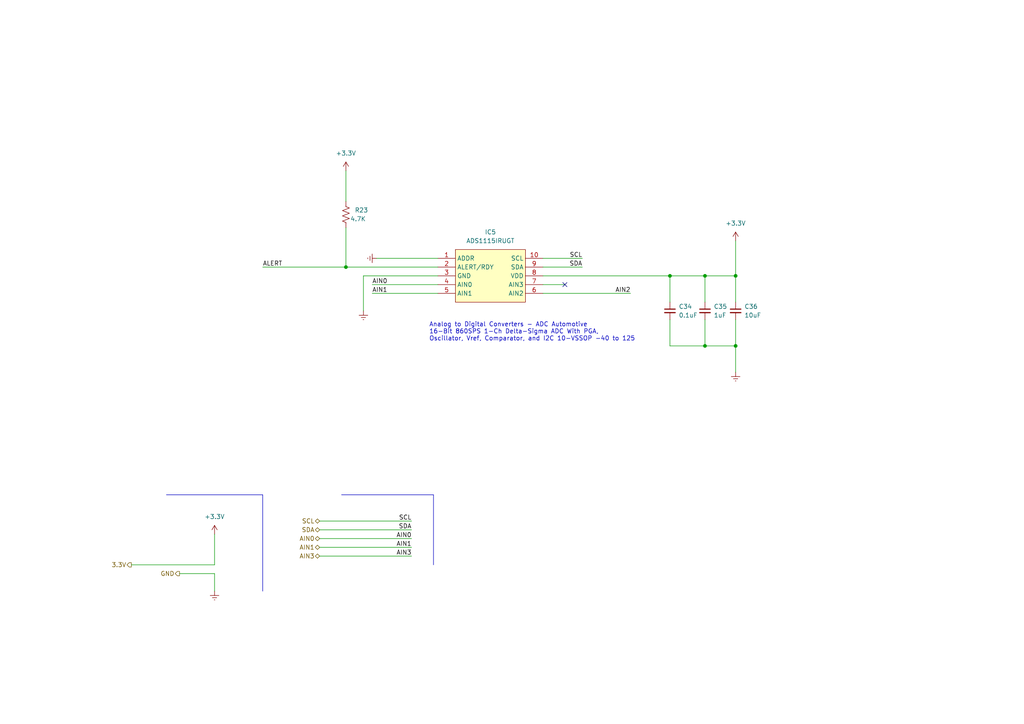
<source format=kicad_sch>
(kicad_sch (version 20230121) (generator eeschema)
  (paper "A4")
  (title_block (title "Accelerometer Sensor") (date "2023-07-02") (rev "02") (company "Electronial") (comment 1 "Designed by Electronial") (comment 2 "https://danielismail.com/  ") (comment 3 "Property of NOVOAI[FIVERR]") (comment 4 "@Copyright & Reserved "))
  (lib_symbols
    (symbol "ADS1115IRUGT:ADS1115IRUGT"
      (property "Reference" "IC" (at 40.64 -39.37 90))
      (property "Value" "ADS1115IRUGT" (at -10.16 12.7 0))
      (symbol "ADS1115IRUGT_1_1"
        (rectangle (start -12.7 7.62) (end 7.62 -7.62) (fill (type background)))
        (pin passive line (at -17.78 5.08 0) (length 5.08) (name "ADDR") (number "1"))
        (pin passive line (at 12.7 5.08 180) (length 5.08) (name "SCL") (number "10"))
        (pin passive line (at -17.78 2.54 0) (length 5.08) (name "ALERT/RDY") (number "2"))
        (pin power_in line (at -17.78 0 0) (length 5.08) (name "GND") (number "3"))
        (pin input line (at -17.78 -2.54 0) (length 5.08) (name "AIN0") (number "4"))
        (pin input line (at -17.78 -5.08 0) (length 5.08) (name "AIN1") (number "5"))
        (pin input line (at 12.7 -5.08 180) (length 5.08) (name "AIN2") (number "6"))
        (pin input line (at 12.7 -2.54 180) (length 5.08) (name "AIN3") (number "7"))
        (pin power_in line (at 12.7 0 180) (length 5.08) (name "VDD") (number "8"))
        (pin passive line (at 12.7 2.54 180) (length 5.08) (name "SDA") (number "9"))
      )
    )
    (symbol "Device:C_Small" (pin_numbers hide) (pin_names (offset 0.254) hide)
      (property "Reference" "C" (at 0.254 1.778 0))
      (property "Value" "C_Small" (at 0.254 -2.032 0))
      (symbol "C_Small_0_1"
        (polyline (pts (xy -1.524 -0.508) (xy 1.524 -0.508)) (stroke (width 0.3302)))
        (polyline (pts (xy -1.524 0.508) (xy 1.524 0.508)) (stroke (width 0.3048)))
      )
      (symbol "C_Small_1_1"
        (pin passive line (at 0 2.54 270) (length 2.032) (name "~") (number "1"))
        (pin passive line (at 0 -2.54 90) (length 2.032) (name "~") (number "2"))
      )
    )
    (symbol "Device:R_US" (pin_numbers hide) (pin_names (offset 0))
      (property "Reference" "R" (at 2.54 0 90))
      (property "Value" "R_US" (at -2.54 0 90))
      (symbol "R_US_0_1"
        (polyline (pts (xy 0 -2.286) (xy 0 -2.54)))
        (polyline (pts (xy 0 2.286) (xy 0 2.54)))
        (polyline (pts (xy 0 -0.762) (xy 1.016 -1.143) (xy 0 -1.524) (xy -1.016 -1.905) (xy 0 -2.286)))
        (polyline (pts (xy 0 0.762) (xy 1.016 0.381) (xy 0 0) (xy -1.016 -0.381) (xy 0 -0.762)))
        (polyline (pts (xy 0 2.286) (xy 1.016 1.905) (xy 0 1.524) (xy -1.016 1.143) (xy 0 0.762)))
      )
      (symbol "R_US_1_1"
        (pin passive line (at 0 3.81 270) (length 1.27) (name "~") (number "1"))
        (pin passive line (at 0 -3.81 90) (length 1.27) (name "~") (number "2"))
      )
    )
    (symbol "power:+3.3V" (power) (pin_names (offset 0))
      (property "Value" "+3.3V" (at 0 3.556 0))
      (symbol "+3.3V_0_1"
        (polyline (pts (xy -0.762 1.27) (xy 0 2.54)))
        (polyline (pts (xy 0 0) (xy 0 2.54)))
        (polyline (pts (xy 0 2.54) (xy 0.762 1.27)))
      )
      (symbol "+3.3V_1_1"
        (pin power_in line (at 0 0 90) (length 0) hide (name "+3.3V") (number "1"))
      )
    )
    (symbol "power:Earth" (power) (pin_names (offset 0))
      (symbol "Earth_0_1"
        (polyline (pts (xy -0.635 -1.905) (xy 0.635 -1.905)))
        (polyline (pts (xy -0.127 -2.54) (xy 0.127 -2.54)))
        (polyline (pts (xy 0 -1.27) (xy 0 0)))
        (polyline (pts (xy 1.27 -1.27) (xy -1.27 -1.27)))
      )
      (symbol "Earth_1_1"
        (pin power_in line (at 0 0 270) (length 0) hide (name "Earth") (number "1"))
      )
    )
  )
  (junction (at 194.31 80.01))
  (junction (at 213.36 80.01))
  (junction (at 204.47 80.01))
  (junction (at 204.47 100.33))
  (junction (at 100.33 77.47))
  (junction (at 213.36 100.33))
  (no_connect (at 163.83 82.55))
  (wire (pts (xy 92.71 158.75) (xy 119.38 158.75)))
  (wire (pts (xy 76.2 77.47) (xy 100.33 77.47)))
  (polyline (pts (xy 99.06 143.51) (xy 125.73 143.51)))
  (wire (pts (xy 62.23 154.94) (xy 62.23 163.83)))
  (wire (pts (xy 105.41 80.01) (xy 105.41 90.17)))
  (wire (pts (xy 92.71 151.13) (xy 119.38 151.13)))
  (wire (pts (xy 38.1 163.83) (xy 62.23 163.83)))
  (wire (pts (xy 157.48 80.01) (xy 194.31 80.01)))
  (wire (pts (xy 157.48 82.55) (xy 163.83 82.55)))
  (polyline (pts (xy 48.26 143.51) (xy 76.2 143.51)))
  (wire (pts (xy 213.36 92.71) (xy 213.36 100.33)))
  (wire (pts (xy 100.33 66.04) (xy 100.33 77.47)))
  (wire (pts (xy 157.48 85.09) (xy 182.88 85.09)))
  (wire (pts (xy 100.33 49.53) (xy 100.33 58.42)))
  (wire (pts (xy 204.47 80.01) (xy 204.47 87.63)))
  (wire (pts (xy 204.47 100.33) (xy 213.36 100.33)))
  (wire (pts (xy 107.95 82.55) (xy 127 82.55)))
  (wire (pts (xy 204.47 92.71) (xy 204.47 100.33)))
  (wire (pts (xy 109.22 74.93) (xy 127 74.93)))
  (wire (pts (xy 92.71 153.67) (xy 119.38 153.67)))
  (wire (pts (xy 194.31 100.33) (xy 204.47 100.33)))
  (polyline (pts (xy 76.2 143.51) (xy 76.2 171.45)))
  (wire (pts (xy 204.47 80.01) (xy 194.31 80.01)))
  (wire (pts (xy 105.41 80.01) (xy 127 80.01)))
  (wire (pts (xy 92.71 156.21) (xy 119.38 156.21)))
  (wire (pts (xy 213.36 69.85) (xy 213.36 80.01)))
  (wire (pts (xy 92.71 161.29) (xy 119.38 161.29)))
  (wire (pts (xy 107.95 85.09) (xy 127 85.09)))
  (polyline (pts (xy 125.73 143.51) (xy 125.73 163.83)))
  (wire (pts (xy 62.23 171.45) (xy 62.23 166.37)))
  (wire (pts (xy 194.31 80.01) (xy 194.31 87.63)))
  (wire (pts (xy 213.36 80.01) (xy 204.47 80.01)))
  (wire (pts (xy 157.48 77.47) (xy 168.91 77.47)))
  (wire (pts (xy 157.48 74.93) (xy 168.91 74.93)))
  (wire (pts (xy 213.36 100.33) (xy 213.36 107.95)))
  (wire (pts (xy 194.31 92.71) (xy 194.31 100.33)))
  (wire (pts (xy 52.07 166.37) (xy 62.23 166.37)))
  (wire (pts (xy 100.33 77.47) (xy 127 77.47)))
  (wire (pts (xy 213.36 80.01) (xy 213.36 87.63)))
  (text "Analog to Digital Converters - ADC Automotive \n16-Bit 860SPS 1-Ch Delta-Sigma ADC With PGA, \nOscillator, Vref, Comparator, and I2C 10-VSSOP -40 to 125\n" (at 124.46 99.06 0) (effects (font (size 1.27 1.27)) (justify left bottom)))
  (label "SDA" (at 119.38 153.67 180))
  (label "AIN0" (at 107.95 82.55 0))
  (label "ALERT" (at 76.2 77.47 0))
  (label "AIN1" (at 107.95 85.09 0))
  (label "AIN2" (at 182.88 85.09 180))
  (label "AIN0" (at 119.38 156.21 180))
  (label "SDA" (at 168.91 77.47 180))
  (label "SCL" (at 168.91 74.93 180))
  (label "SCL" (at 119.38 151.13 180))
  (label "AIN3" (at 119.38 161.29 180))
  (label "AIN1" (at 119.38 158.75 180))
  (hierarchical_label "SCL" (shape bidirectional) (at 92.71 151.13 180))
  (hierarchical_label "GND" (shape output) (at 52.07 166.37 180))
  (hierarchical_label "AIN0" (shape bidirectional) (at 92.71 156.21 180))
  (hierarchical_label "AIN3" (shape bidirectional) (at 92.71 161.29 180))
  (hierarchical_label "3.3V" (shape output) (at 38.1 163.83 180))
  (hierarchical_label "SDA" (shape bidirectional) (at 92.71 153.67 180))
  (hierarchical_label "AIN1" (shape bidirectional) (at 92.71 158.75 180))
  (symbol (lib_id "ADS1115IRUGT:ADS1115IRUGT") (at 144.78 80.01 0) (unit 1)
    (property "Reference" "IC5" (at 142.24 67.31 0))
    (property "Value" "ADS1115IRUGT" (at 142.24 69.85 0))
    (property "Footprint" "Footprint:RUG-_R-PQFP-N10_" (effects hide))
    (property "Datasheet" "https://datasheet.datasheetarchive.com/originals/distributors/SFDatasheet-7/sf-000145394.pdf" (effects hide))
    (property "Mouser Part Number" "595-ADS1115IRUGT" (effects hide))
    (property "Mouser Price/Stock" "https://www.mouser.co.uk/ProductDetail/Texas-Instruments/ADS1115IRUGT?qs=IK5e5L0zOXg6IhmdxHtCUQ%3D%3D" (effects hide))
    (property "Manufacturer_Name" "Texas Instruments" (effects hide))
    (property "Manufacturer_Part_Number" "ADS1115IRUGT" (effects hide))
  )
  (symbol (lib_id "power:+3.3V") (at 62.23 154.94 0) (unit 1)
    (property "Reference" "#PWR0196" (effects hide))
    (property "Value" "+3.3V" (at 62.23 149.86 0))
  )
  (symbol (lib_id "Device:R_US") (at 100.33 62.23 0) (unit 1)
    (property "Reference" "R23" (at 102.87 60.9599 0) (effects (justify left)))
    (property "Value" "4.7K" (at 101.6 63.5 0) (effects (justify left)))
    (property "Footprint" "Resistor_SMD:R_0603_1608Metric_Pad0.98x0.95mm_HandSolder" (effects hide))
    (property "PRICE" "0.1" (effects hide))
    (property "Manufacturer_Part_Number" "CRGH0603F4K7" (effects hide))
    (property "LCSC mfr" "AS03W4J0472T5E" (effects hide))
  )
  (symbol (lib_id "power:+3.3V") (at 213.36 69.85 0) (unit 1)
    (property "Reference" "#PWR0193" (effects hide))
    (property "Value" "+3.3V" (at 213.36 64.77 0))
  )
  (symbol (lib_id "Device:C_Small") (at 194.31 90.17 0) (unit 1)
    (property "Reference" "C34" (at 196.85 88.9062 0) (effects (justify left)))
    (property "Value" "0.1uF" (at 196.85 91.4462 0) (effects (justify left)))
    (property "Footprint" "Capacitor_SMD:C_0603_1608Metric_Pad1.08x0.95mm_HandSolder" (effects hide))
    (property "PRICE" "0.1" (effects hide))
    (property "Manufacturer_Part_Number" "CL10B104JB8NNND" (effects hide))
    (property "LCSC mfr" "TCC0603X7R104K500CT" (effects hide))
  )
  (symbol (lib_id "power:+3.3V") (at 100.33 49.53 0) (unit 1)
    (property "Reference" "#PWR0198" (effects hide))
    (property "Value" "+3.3V" (at 100.33 44.45 0))
  )
  (symbol (lib_id "power:Earth") (at 109.22 74.93 270) (unit 1)
    (property "Reference" "#PWR0199" (effects hide))
    (property "Value" "Earth" (effects hide))
  )
  (symbol (lib_id "Device:C_Small") (at 213.36 90.17 0) (unit 1)
    (property "Reference" "C36" (at 215.9 88.9062 0) (effects (justify left)))
    (property "Value" "10uF" (at 215.9 91.4462 0) (effects (justify left)))
    (property "Footprint" "Capacitor_SMD:C_0805_2012Metric_Pad1.18x1.45mm_HandSolder" (effects hide))
    (property "PRICE" "0.2" (effects hide))
    (property "Manufacturer_Part_Number" "CL21A106KAYNNNE" (effects hide))
    (property "LCSC mfr" "CL21A106KAYNNNE" (effects hide))
  )
  (symbol (lib_id "power:Earth") (at 213.36 107.95 0) (unit 1)
    (property "Reference" "#PWR0192" (effects hide))
    (property "Value" "Earth" (effects hide))
  )
  (symbol (lib_id "power:Earth") (at 105.41 90.17 0) (unit 1)
    (property "Reference" "#PWR0197" (effects hide))
    (property "Value" "Earth" (effects hide))
  )
  (symbol (lib_id "Device:C_Small") (at 204.47 90.17 0) (unit 1)
    (property "Reference" "C35" (at 207.01 88.9062 0) (effects (justify left)))
    (property "Value" "1uF" (at 207.01 91.4462 0) (effects (justify left)))
    (property "Footprint" "Capacitor_SMD:C_0603_1608Metric_Pad1.08x0.95mm_HandSolder" (effects hide))
    (property "PRICE" "0.1" (effects hide))
    (property "Manufacturer_Part_Number" "CL10B105KA8NNND" (effects hide))
    (property "LCSC mfr" "CL10A105KA8NNNC" (effects hide))
  )
  (symbol (lib_id "power:Earth") (at 62.23 171.45 0) (unit 1)
    (property "Reference" "#PWR0195" (effects hide))
    (property "Value" "Earth" (effects hide))
  )
)
</source>
